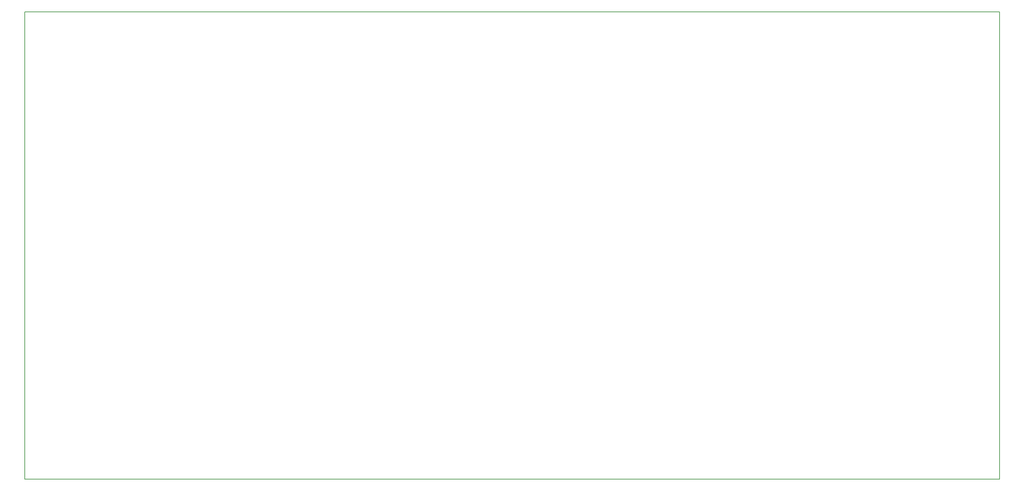
<source format=gbr>
G04 #@! TF.FileFunction,Profile,NP*
%FSLAX46Y46*%
G04 Gerber Fmt 4.6, Leading zero omitted, Abs format (unit mm)*
G04 Created by KiCad (PCBNEW 4.0.5-e0-6337~49~ubuntu16.04.1) date Mon Feb 20 15:27:01 2017*
%MOMM*%
%LPD*%
G01*
G04 APERTURE LIST*
%ADD10C,0.100000*%
%ADD11C,0.150000*%
G04 APERTURE END LIST*
D10*
D11*
X19000000Y-27000000D02*
X19000000Y-147000000D01*
X269000000Y-27000000D02*
X19000000Y-27000000D01*
X269000000Y-147000000D02*
X269000000Y-27000000D01*
X19000000Y-147000000D02*
X269000000Y-147000000D01*
M02*

</source>
